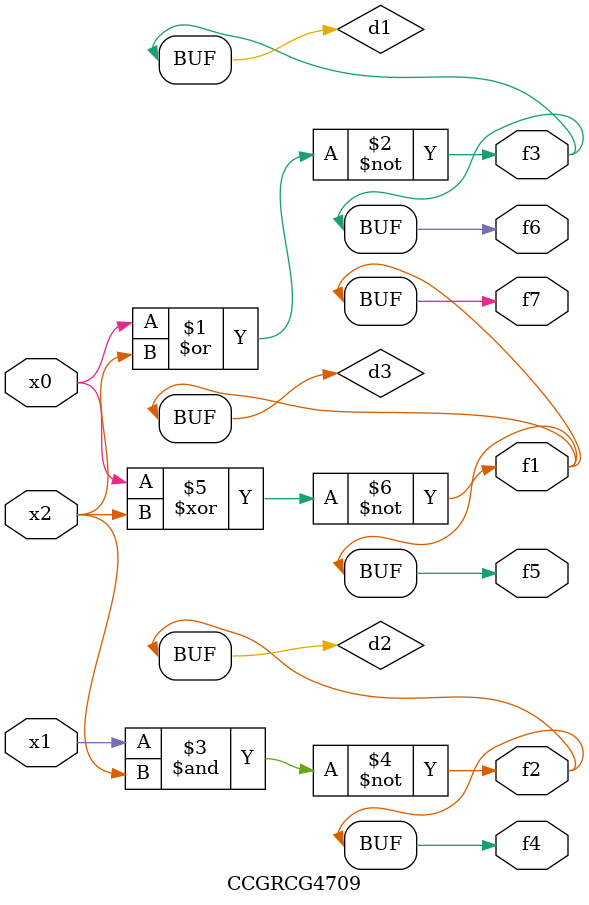
<source format=v>
module CCGRCG4709(
	input x0, x1, x2,
	output f1, f2, f3, f4, f5, f6, f7
);

	wire d1, d2, d3;

	nor (d1, x0, x2);
	nand (d2, x1, x2);
	xnor (d3, x0, x2);
	assign f1 = d3;
	assign f2 = d2;
	assign f3 = d1;
	assign f4 = d2;
	assign f5 = d3;
	assign f6 = d1;
	assign f7 = d3;
endmodule

</source>
